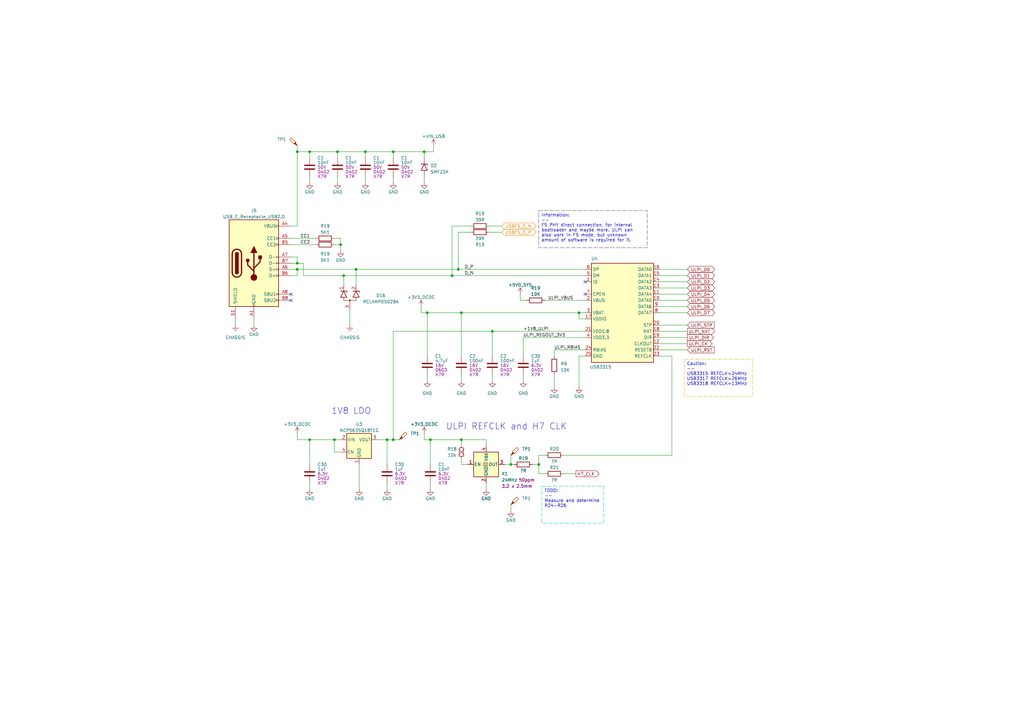
<source format=kicad_sch>
(kicad_sch (version 20230121) (generator eeschema)
  (paper "A3")
  (title_block (title "rt_bridge_pro") (date "2023-04-21") (rev "A") (company "vhrd.tech AS") (comment 1 "Isaikin R.E.") (comment 4 "Draft"))
  (lib_symbols
    (symbol "Connector:TestPoint_Probe" (pin_numbers hide) (pin_names (offset 0.762) hide)
      (property "Reference" "TP" (at 1.651 5.842 0))
      (property "Value" "TestPoint_Probe" (at 1.651 4.064 0))
      (symbol "TestPoint_Probe_0_1"
        (polyline (pts (xy 1.27 0.762) (xy 0 0) (xy 0.762 1.27) (xy 1.27 0.762)) (fill (type outline)))
        (polyline (pts (xy 1.397 0.635) (xy 0.635 1.397) (xy 2.413 3.175) (xy 3.175 2.413) (xy 1.397 0.635)) (fill (type background)))
      )
      (symbol "TestPoint_Probe_1_1"
        (pin passive line (at 0 0 90) (length 0) (name "1") (number "1"))
      )
    )
    (symbol "Connector:USB_C_Receptacle_USB2.0" (pin_names (offset 1.016))
      (property "Reference" "J" (at -10.16 19.05 0))
      (property "Value" "USB_C_Receptacle_USB2.0" (at 19.05 19.05 0))
      (symbol "USB_C_Receptacle_USB2.0_0_0"
        (rectangle (start -0.254 -17.78) (end 0.254 -16.764))
        (rectangle (start 10.16 -14.986) (end 9.144 -15.494))
        (rectangle (start 10.16 -12.446) (end 9.144 -12.954))
        (rectangle (start 10.16 -4.826) (end 9.144 -5.334))
        (rectangle (start 10.16 -2.286) (end 9.144 -2.794))
        (rectangle (start 10.16 0.254) (end 9.144 -0.254))
        (rectangle (start 10.16 2.794) (end 9.144 2.286))
        (rectangle (start 10.16 7.874) (end 9.144 7.366))
        (rectangle (start 10.16 10.414) (end 9.144 9.906))
        (rectangle (start 10.16 15.494) (end 9.144 14.986))
      )
      (symbol "USB_C_Receptacle_USB2.0_0_1"
        (rectangle (start -10.16 17.78) (end 10.16 -17.78) (stroke (width 0.254)) (fill (type background)))
        (arc (start -8.89 -3.81) (mid -6.985 -5.7067) (end -5.08 -3.81) (stroke (width 0.508)))
        (arc (start -7.62 -3.81) (mid -6.985 -4.4423) (end -6.35 -3.81) (stroke (width 0.254)))
        (arc (start -7.62 -3.81) (mid -6.985 -4.4423) (end -6.35 -3.81) (stroke (width 0.254)) (fill (type outline)))
        (rectangle (start -7.62 -3.81) (end -6.35 3.81) (stroke (width 0.254)) (fill (type outline)))
        (arc (start -6.35 3.81) (mid -6.985 4.4423) (end -7.62 3.81) (stroke (width 0.254)))
        (arc (start -6.35 3.81) (mid -6.985 4.4423) (end -7.62 3.81) (stroke (width 0.254)) (fill (type outline)))
        (arc (start -5.08 3.81) (mid -6.985 5.7067) (end -8.89 3.81) (stroke (width 0.508)))
        (circle (center -2.54 1.143) (radius 0.635) (stroke (width 0.254)) (fill (type outline)))
        (circle (center 0 -5.842) (radius 1.27) (fill (type outline)))
        (polyline (pts (xy -8.89 -3.81) (xy -8.89 3.81)) (stroke (width 0.508)))
        (polyline (pts (xy -5.08 3.81) (xy -5.08 -3.81)) (stroke (width 0.508)))
        (polyline (pts (xy 0 -5.842) (xy 0 4.318)) (stroke (width 0.508)))
        (polyline (pts (xy 0 -3.302) (xy -2.54 -0.762) (xy -2.54 0.508)) (stroke (width 0.508)))
        (polyline (pts (xy 0 -2.032) (xy 2.54 0.508) (xy 2.54 1.778)) (stroke (width 0.508)))
        (polyline (pts (xy -1.27 4.318) (xy 0 6.858) (xy 1.27 4.318) (xy -1.27 4.318)) (stroke (width 0.254)) (fill (type outline)))
        (rectangle (start 1.905 1.778) (end 3.175 3.048) (stroke (width 0.254)) (fill (type outline)))
      )
      (symbol "USB_C_Receptacle_USB2.0_1_1"
        (pin passive line (at 0 -22.86 90) (length 5.08) (name "GND") (number "A1"))
        (pin passive line (at 0 -22.86 90) (length 5.08) hide (name "GND") (number "A12"))
        (pin passive line (at 15.24 15.24 180) (length 5.08) (name "VBUS") (number "A4"))
        (pin bidirectional line (at 15.24 10.16 180) (length 5.08) (name "CC1") (number "A5"))
        (pin bidirectional line (at 15.24 -2.54 180) (length 5.08) (name "D+") (number "A6"))
        (pin bidirectional line (at 15.24 2.54 180) (length 5.08) (name "D-") (number "A7"))
        (pin bidirectional line (at 15.24 -12.7 180) (length 5.08) (name "SBU1") (number "A8"))
        (pin passive line (at 15.24 15.24 180) (length 5.08) hide (name "VBUS") (number "A9"))
        (pin passive line (at 0 -22.86 90) (length 5.08) hide (name "GND") (number "B1"))
        (pin passive line (at 0 -22.86 90) (length 5.08) hide (name "GND") (number "B12"))
        (pin passive line (at 15.24 15.24 180) (length 5.08) hide (name "VBUS") (number "B4"))
        (pin bidirectional line (at 15.24 7.62 180) (length 5.08) (name "CC2") (number "B5"))
        (pin bidirectional line (at 15.24 -5.08 180) (length 5.08) (name "D+") (number "B6"))
        (pin bidirectional line (at 15.24 0 180) (length 5.08) (name "D-") (number "B7"))
        (pin bidirectional line (at 15.24 -15.24 180) (length 5.08) (name "SBU2") (number "B8"))
        (pin passive line (at 15.24 15.24 180) (length 5.08) hide (name "VBUS") (number "B9"))
        (pin passive line (at -7.62 -22.86 90) (length 5.08) (name "SHIELD") (number "S1"))
      )
    )
    (symbol "Device:C" (pin_numbers hide) (pin_names (offset 0.254))
      (property "Reference" "C" (at 0.635 2.54 0))
      (property "Value" "C" (at 0.635 -2.54 0))
      (symbol "C_0_1"
        (polyline (pts (xy -2.032 -0.762) (xy 2.032 -0.762)) (stroke (width 0.508)))
        (polyline (pts (xy -2.032 0.762) (xy 2.032 0.762)) (stroke (width 0.508)))
      )
      (symbol "C_1_1"
        (pin passive line (at 0 3.81 270) (length 2.794) (name "~") (number "1"))
        (pin passive line (at 0 -3.81 90) (length 2.794) (name "~") (number "2"))
      )
    )
    (symbol "Device:R" (pin_numbers hide) (pin_names (offset 0))
      (property "Reference" "R" (at 2.032 0 90))
      (property "Value" "R" (at 0 0 90))
      (symbol "R_0_1"
        (rectangle (start -1.016 -2.54) (end 1.016 2.54) (stroke (width 0.254)))
      )
      (symbol "R_1_1"
        (pin passive line (at 0 3.81 270) (length 1.27) (name "~") (number "1"))
        (pin passive line (at 0 -3.81 90) (length 1.27) (name "~") (number "2"))
      )
    )
    (symbol "Device:R_Small" (pin_numbers hide) (pin_names (offset 0.254) hide)
      (property "Reference" "R" (at 0.762 0.508 0))
      (property "Value" "R_Small" (at 0.762 -1.016 0))
      (symbol "R_Small_0_1"
        (rectangle (start -0.762 1.778) (end 0.762 -1.778) (stroke (width 0.2032)))
      )
      (symbol "R_Small_1_1"
        (pin passive line (at 0 2.54 270) (length 0.762) (name "~") (number "1"))
        (pin passive line (at 0 -2.54 90) (length 0.762) (name "~") (number "2"))
      )
    )
    (symbol "Diode:SMF22A" (pin_numbers hide) (pin_names (offset 1.016) hide)
      (property "Reference" "D" (at 0 2.54 0))
      (property "Value" "SMF22A" (at 0 -2.54 0))
      (symbol "SMF22A_0_1"
        (polyline (pts (xy -0.762 1.27) (xy -1.27 1.27) (xy -1.27 -1.27)) (stroke (width 0.254)))
        (polyline (pts (xy 1.27 1.27) (xy 1.27 -1.27) (xy -1.27 0) (xy 1.27 1.27)) (stroke (width 0.254)))
      )
      (symbol "SMF22A_1_1"
        (pin passive line (at -3.81 0 0) (length 2.54) (name "A1") (number "1"))
        (pin passive line (at 3.81 0 180) (length 2.54) (name "A2") (number "2"))
      )
    )
    (symbol "Oscillator:ASE-xxxMHz" (pin_names (offset 0.254))
      (property "Reference" "X" (at -5.08 6.35 0))
      (property "Value" "ASE-xxxMHz" (at 1.27 -6.35 0))
      (symbol "ASE-xxxMHz_0_1"
        (rectangle (start -5.08 5.08) (end 5.08 -5.08) (stroke (width 0.254)) (fill (type background)))
        (polyline (pts (xy -1.27 -0.762) (xy -1.016 -0.762) (xy -1.016 0.762) (xy -0.508 0.762) (xy -0.508 -0.762) (xy 0 -0.762) (xy 0 0.762) (xy 0.508 0.762) (xy 0.508 -0.762) (xy 0.762 -0.762)))
      )
      (symbol "ASE-xxxMHz_1_1"
        (pin input line (at -7.62 0 0) (length 2.54) (name "EN") (number "1"))
        (pin power_in line (at 0 -7.62 90) (length 2.54) (name "GND") (number "2"))
        (pin output line (at 7.62 0 180) (length 2.54) (name "OUT") (number "3"))
        (pin power_in line (at 0 7.62 270) (length 2.54) (name "Vdd") (number "4"))
      )
    )
    (symbol "Power_Protection:RCLAMP0502BA" (pin_names hide)
      (property "Reference" "D" (at 0 5.08 0))
      (property "Value" "RCLAMP0502BA" (at 0 -5.08 0))
      (symbol "RCLAMP0502BA_0_1"
        (polyline (pts (xy -2.54 0) (xy -1.27 0)))
        (polyline (pts (xy -1.27 2.54) (xy -1.27 -2.54)))
        (polyline (pts (xy 0 2.54) (xy -1.27 2.54)) (stroke (width 0.1524)))
        (polyline (pts (xy 2.54 3.81) (xy 2.54 1.27) (xy 2.032 1.27)) (stroke (width 0.254)))
        (polyline (pts (xy 0 1.27) (xy 0 3.81) (xy 2.54 2.54) (xy 0 1.27)) (stroke (width 0.254)))
        (pin passive line (at -5.08 0 0) (length 2.54) (name "A") (number "3"))
      )
      (symbol "RCLAMP0502BA_1_1"
        (circle (center -1.27 0) (radius 0.254) (fill (type outline)))
        (polyline (pts (xy 0 -2.54) (xy -1.27 -2.54)) (stroke (width 0.1524)))
        (polyline (pts (xy 2.54 -1.27) (xy 2.54 -3.81) (xy 2.032 -3.81)) (stroke (width 0.254)))
        (polyline (pts (xy 0 -3.81) (xy 0 -1.27) (xy 2.54 -2.54) (xy 0 -3.81)) (stroke (width 0.254)))
        (pin passive line (at 5.08 2.54 180) (length 2.54) (name "K1") (number "1"))
        (pin passive line (at 5.08 -2.54 180) (length 2.54) (name "K2") (number "2"))
      )
    )
    (symbol "Regulator_Linear:NCP662SQ18" (pin_names (offset 0.254))
      (property "Reference" "U" (at 0 8.255 0))
      (property "Value" "NCP662SQ18" (at 0 6.35 0))
      (symbol "NCP662SQ18_0_1"
        (rectangle (start -5.08 5.08) (end 5.08 -5.08) (stroke (width 0.254)) (fill (type background)))
      )
      (symbol "NCP662SQ18_1_1"
        (pin power_in line (at 0 -7.62 90) (length 2.54) (name "GND") (number "1"))
        (pin power_in line (at -7.62 2.54 0) (length 2.54) (name "VIN") (number "2"))
        (pin power_out line (at 7.62 2.54 180) (length 2.54) (name "VOUT") (number "3"))
        (pin input line (at -7.62 -2.54 0) (length 2.54) (name "EN") (number "4"))
      )
    )
    (symbol "power:GND" (power) (pin_names (offset 0))
      (property "Value" "GND" (at 0 -3.81 0))
      (symbol "GND_0_1"
        (polyline (pts (xy 0 0) (xy 0 -1.27) (xy 1.27 -1.27) (xy 0 -2.54) (xy -1.27 -1.27) (xy 0 -1.27)))
      )
      (symbol "GND_1_1"
        (pin power_in line (at 0 0 270) (length 0) hide (name "GND") (number "1"))
      )
    )
    (symbol "vhrd_interface_usb:USB3315"
      (property "Reference" "U" (at 0.635 2.54 0))
      (property "Value" "USB3315" (at 12.7 2.54 0))
      (symbol "USB3315_0_1"
        (rectangle (start 0 0) (end 25.4 -40.64) (stroke (width 0.254)) (fill (type background)))
      )
      (symbol "USB3315_1_1"
        (pin input line (at -2.54 -7.62 0) (length 2.54) (name "ID") (number "1"))
        (pin bidirectional line (at 27.94 -15.24 180) (length 2.54) (name "DATA5") (number "10"))
        (pin bidirectional line (at 27.94 -12.7 180) (length 2.54) (name "DATA4") (number "11"))
        (pin output line (at 27.94 -33.02 180) (length 2.54) (name "CLKOUT") (number "12"))
        (pin bidirectional line (at 27.94 -10.16 180) (length 2.54) (name "DATA3") (number "13"))
        (pin bidirectional line (at 27.94 -7.62 180) (length 2.54) (name "DATA2") (number "14"))
        (pin bidirectional line (at 27.94 -5.08 180) (length 2.54) (name "DATA1") (number "15"))
        (pin bidirectional line (at 27.94 -2.54 180) (length 2.54) (name "DATA0") (number "16"))
        (pin power_in line (at -2.54 -22.86 0) (length 2.54) (name "VDDIO") (number "17"))
        (pin output line (at 27.94 -27.94 180) (length 2.54) (name "NXT") (number "18"))
        (pin output line (at 27.94 -30.48 180) (length 2.54) (name "DIR") (number "19"))
        (pin bidirectional line (at -2.54 -15.24 0) (length 2.54) (name "VBUS") (number "2"))
        (pin input line (at 27.94 -25.4 180) (length 2.54) (name "STP") (number "20"))
        (pin power_in line (at -2.54 -27.94 0) (length 2.54) (name "VDD1.8") (number "21"))
        (pin input line (at 27.94 -35.56 180) (length 2.54) (name "RESETB") (number "22"))
        (pin input line (at 27.94 -38.1 180) (length 2.54) (name "REFCLK") (number "23"))
        (pin passive line (at -2.54 -35.56 0) (length 2.54) (name "RBIAS") (number "24"))
        (pin power_in line (at -2.54 -38.1 0) (length 2.54) (name "GND") (number "25"))
        (pin power_in line (at -2.54 -20.32 0) (length 2.54) (name "VBAT") (number "3"))
        (pin power_out line (at -2.54 -30.48 0) (length 2.54) (name "VDD3.3") (number "4"))
        (pin bidirectional line (at -2.54 -5.08 0) (length 2.54) (name "DM") (number "5"))
        (pin bidirectional line (at -2.54 -2.54 0) (length 2.54) (name "DP") (number "6"))
        (pin output line (at -2.54 -12.7 0) (length 2.54) (name "CPEN") (number "7"))
        (pin bidirectional line (at 27.94 -20.32 180) (length 2.54) (name "DATA7") (number "8"))
        (pin bidirectional line (at 27.94 -17.78 180) (length 2.54) (name "DATA6") (number "9"))
      )
    )
    (symbol "vhrd_power:+3V3_DCDC" (power) (pin_names (offset 0))
      (property "Value" "+3V3_DCDC" (at 0 2.54 0))
      (symbol "+3V3_DCDC_0_0"
        (pin power_in line (at 0 0 90) (length 0) hide (name "+3V3_DCDC") (number "1"))
      )
      (symbol "+3V3_DCDC_0_1"
        (polyline (pts (xy -0.762 1.27) (xy 0 2.54)))
        (polyline (pts (xy 0 0) (xy 0 2.54)))
        (polyline (pts (xy 0 2.54) (xy 0.762 1.27)))
      )
    )
    (symbol "vhrd_power:+5V0_SYS" (power) (pin_names (offset 0))
      (property "Value" "+5V0_SYS" (at 0 3.81 0))
      (symbol "+5V0_SYS_0_1"
        (polyline (pts (xy -0.762 1.27) (xy 0 2.54)))
        (polyline (pts (xy 0 0) (xy 0 2.54)))
        (polyline (pts (xy 0 2.54) (xy 0.762 1.27)))
      )
      (symbol "+5V0_SYS_1_1"
        (pin power_in line (at 0 0 90) (length 0) hide (name "+5V0_SYS") (number "1"))
      )
    )
    (symbol "vhrd_power:+VIN_USB" (power) (pin_names (offset 0))
      (property "Value" "+VIN_USB" (at 0 2.54 0))
      (symbol "+VIN_USB_0_1"
        (polyline (pts (xy -0.762 1.27) (xy 0 2.54)))
        (polyline (pts (xy 0 0) (xy 0 2.54)))
        (polyline (pts (xy 0 2.54) (xy 0.762 1.27)))
      )
      (symbol "+VIN_USB_1_0"
        (pin power_in line (at 0 0 90) (length 0) hide (name "+VIN_USB") (number "1"))
      )
    )
    (symbol "vhrd_power:CHASSIS" (power) (pin_names (offset 0))
      (property "Value" "CHASSIS" (at 0 -3.81 0))
      (symbol "CHASSIS_0_1"
        (polyline (pts (xy -0.635 -1.905) (xy 0.635 -1.905)))
        (polyline (pts (xy -0.127 -2.54) (xy 0.127 -2.54)))
        (polyline (pts (xy 0 -1.27) (xy 0 0)))
        (polyline (pts (xy 1.27 -1.27) (xy -1.27 -1.27)))
      )
      (symbol "CHASSIS_1_1"
        (pin power_in line (at 0 0 270) (length 0) hide (name "CHASSIS") (number "1"))
      )
    )
  )
  (junction (at 158.75 180.34))
  (junction (at 201.93 135.89))
  (junction (at 189.23 180.34))
  (junction (at 121.92 110.49))
  (junction (at 185.42 113.03))
  (junction (at 149.86 62.23))
  (junction (at 121.92 62.23))
  (junction (at 187.96 110.49))
  (junction (at 137.16 180.34))
  (junction (at 138.43 62.23))
  (junction (at 209.55 190.5))
  (junction (at 127 62.23))
  (junction (at 139.7 100.33))
  (junction (at 140.97 113.03))
  (junction (at 220.98 190.5))
  (junction (at 237.49 128.27))
  (junction (at 176.53 180.34))
  (junction (at 173.99 62.23))
  (junction (at 146.05 110.49))
  (junction (at 161.29 62.23))
  (junction (at 121.92 107.95))
  (junction (at 161.29 180.34))
  (junction (at 189.23 128.27))
  (junction (at 175.26 128.27))
  (junction (at 127 180.34))
  (no_connect (at 119.38 123.19))
  (no_connect (at 240.03 120.65))
  (no_connect (at 119.38 120.65))
  (no_connect (at 240.03 115.57))
  (wire (pts (xy 193.04 95.25) (xy 187.96 95.25)))
  (wire (pts (xy 236.22 194.31) (xy 231.14 194.31)))
  (wire (pts (xy 270.51 138.43) (xy 281.94 138.43)))
  (wire (pts (xy 270.51 133.35) (xy 281.94 133.35)))
  (wire (pts (xy 96.52 130.81) (xy 96.52 133.35)))
  (wire (pts (xy 176.53 180.34) (xy 189.23 180.34)))
  (polyline (pts (xy 187.96 184.15) (xy 190.5 186.69)) (stroke (width 0) (color 194 0 0 1)))
  (wire (pts (xy 104.14 130.81) (xy 104.14 133.35)))
  (wire (pts (xy 138.43 62.23) (xy 138.43 64.77)))
  (wire (pts (xy 140.97 113.03) (xy 185.42 113.03)))
  (wire (pts (xy 201.93 135.89) (xy 161.29 135.89)))
  (wire (pts (xy 158.75 180.34) (xy 158.75 190.5)))
  (wire (pts (xy 137.16 180.34) (xy 139.7 180.34)))
  (wire (pts (xy 209.55 190.5) (xy 207.01 190.5)))
  (wire (pts (xy 158.75 198.12) (xy 158.75 200.66)))
  (wire (pts (xy 270.51 113.03) (xy 281.94 113.03)))
  (wire (pts (xy 227.33 143.51) (xy 240.03 143.51)))
  (wire (pts (xy 176.53 198.12) (xy 176.53 200.66)))
  (wire (pts (xy 139.7 185.42) (xy 137.16 185.42)))
  (wire (pts (xy 143.51 127) (xy 143.51 133.35)))
  (wire (pts (xy 127 180.34) (xy 137.16 180.34)))
  (wire (pts (xy 213.36 123.19) (xy 215.9 123.19)))
  (wire (pts (xy 191.77 190.5) (xy 189.23 190.5)))
  (wire (pts (xy 220.98 186.69) (xy 223.52 186.69)))
  (wire (pts (xy 173.99 72.39) (xy 173.99 74.93)))
  (wire (pts (xy 270.51 118.11) (xy 281.94 118.11)))
  (wire (pts (xy 200.66 95.25) (xy 205.74 95.25)))
  (wire (pts (xy 139.7 102.87) (xy 139.7 100.33)))
  (wire (pts (xy 187.96 95.25) (xy 187.96 110.49)))
  (wire (pts (xy 214.63 153.67) (xy 214.63 156.21)))
  (wire (pts (xy 161.29 180.34) (xy 163.83 180.34)))
  (wire (pts (xy 161.29 62.23) (xy 161.29 64.77)))
  (wire (pts (xy 214.63 146.05) (xy 214.63 138.43)))
  (wire (pts (xy 154.94 180.34) (xy 158.75 180.34)))
  (wire (pts (xy 189.23 180.34) (xy 189.23 182.88)))
  (wire (pts (xy 175.26 128.27) (xy 189.23 128.27)))
  (polyline (pts (xy 187.96 186.69) (xy 190.5 184.15)) (stroke (width 0) (color 194 0 0 1)))
  (wire (pts (xy 218.44 190.5) (xy 220.98 190.5)))
  (wire (pts (xy 220.98 190.5) (xy 220.98 186.69)))
  (wire (pts (xy 119.38 110.49) (xy 121.92 110.49)))
  (wire (pts (xy 185.42 113.03) (xy 240.03 113.03)))
  (wire (pts (xy 172.72 125.73) (xy 172.72 128.27)))
  (wire (pts (xy 137.16 185.42) (xy 137.16 180.34)))
  (wire (pts (xy 209.55 207.01) (xy 209.55 209.55)))
  (wire (pts (xy 161.29 135.89) (xy 161.29 180.34)))
  (wire (pts (xy 185.42 92.71) (xy 185.42 113.03)))
  (wire (pts (xy 231.14 186.69) (xy 275.59 186.69)))
  (wire (pts (xy 189.23 128.27) (xy 237.49 128.27)))
  (wire (pts (xy 121.92 180.34) (xy 127 180.34)))
  (wire (pts (xy 146.05 110.49) (xy 146.05 116.84)))
  (wire (pts (xy 149.86 72.39) (xy 149.86 74.93)))
  (wire (pts (xy 187.96 110.49) (xy 240.03 110.49)))
  (wire (pts (xy 176.53 180.34) (xy 173.99 180.34)))
  (wire (pts (xy 270.51 120.65) (xy 281.94 120.65)))
  (wire (pts (xy 149.86 62.23) (xy 161.29 62.23)))
  (wire (pts (xy 240.03 130.81) (xy 237.49 130.81)))
  (wire (pts (xy 147.32 190.5) (xy 147.32 200.66)))
  (wire (pts (xy 121.92 92.71) (xy 121.92 62.23)))
  (wire (pts (xy 173.99 62.23) (xy 177.8 62.23)))
  (wire (pts (xy 140.97 113.03) (xy 140.97 116.84)))
  (wire (pts (xy 124.46 113.03) (xy 140.97 113.03)))
  (wire (pts (xy 121.92 110.49) (xy 146.05 110.49)))
  (wire (pts (xy 270.51 125.73) (xy 281.94 125.73)))
  (wire (pts (xy 189.23 128.27) (xy 189.23 146.05)))
  (wire (pts (xy 121.92 177.8) (xy 121.92 180.34)))
  (wire (pts (xy 275.59 146.05) (xy 270.51 146.05)))
  (wire (pts (xy 237.49 128.27) (xy 240.03 128.27)))
  (wire (pts (xy 173.99 62.23) (xy 161.29 62.23)))
  (wire (pts (xy 127 62.23) (xy 127 64.77)))
  (wire (pts (xy 223.52 194.31) (xy 220.98 194.31)))
  (wire (pts (xy 119.38 100.33) (xy 129.54 100.33)))
  (wire (pts (xy 175.26 153.67) (xy 175.26 156.21)))
  (wire (pts (xy 119.38 92.71) (xy 121.92 92.71)))
  (wire (pts (xy 270.51 128.27) (xy 281.94 128.27)))
  (wire (pts (xy 121.92 59.69) (xy 121.92 62.23)))
  (wire (pts (xy 176.53 190.5) (xy 176.53 180.34)))
  (wire (pts (xy 146.05 110.49) (xy 187.96 110.49)))
  (wire (pts (xy 209.55 186.69) (xy 209.55 190.5)))
  (wire (pts (xy 121.92 107.95) (xy 119.38 107.95)))
  (wire (pts (xy 137.16 97.79) (xy 139.7 97.79)))
  (wire (pts (xy 237.49 130.81) (xy 237.49 128.27)))
  (wire (pts (xy 175.26 128.27) (xy 175.26 146.05)))
  (wire (pts (xy 127 180.34) (xy 127 190.5)))
  (wire (pts (xy 124.46 113.03) (xy 124.46 107.95)))
  (wire (pts (xy 121.92 110.49) (xy 121.92 113.03)))
  (wire (pts (xy 199.39 180.34) (xy 199.39 182.88)))
  (wire (pts (xy 237.49 146.05) (xy 240.03 146.05)))
  (wire (pts (xy 237.49 158.75) (xy 237.49 146.05)))
  (wire (pts (xy 138.43 62.23) (xy 149.86 62.23)))
  (wire (pts (xy 173.99 177.8) (xy 173.99 180.34)))
  (wire (pts (xy 177.8 62.23) (xy 177.8 59.69)))
  (wire (pts (xy 189.23 180.34) (xy 199.39 180.34)))
  (wire (pts (xy 275.59 146.05) (xy 275.59 186.69)))
  (wire (pts (xy 210.82 190.5) (xy 209.55 190.5)))
  (wire (pts (xy 270.51 110.49) (xy 281.94 110.49)))
  (wire (pts (xy 172.72 128.27) (xy 175.26 128.27)))
  (wire (pts (xy 189.23 153.67) (xy 189.23 156.21)))
  (wire (pts (xy 220.98 194.31) (xy 220.98 190.5)))
  (wire (pts (xy 227.33 146.05) (xy 227.33 143.51)))
  (wire (pts (xy 201.93 135.89) (xy 240.03 135.89)))
  (wire (pts (xy 227.33 153.67) (xy 227.33 158.75)))
  (wire (pts (xy 138.43 72.39) (xy 138.43 74.93)))
  (wire (pts (xy 119.38 105.41) (xy 121.92 105.41)))
  (wire (pts (xy 270.51 115.57) (xy 281.94 115.57)))
  (wire (pts (xy 200.66 92.71) (xy 205.74 92.71)))
  (wire (pts (xy 161.29 72.39) (xy 161.29 74.93)))
  (wire (pts (xy 121.92 105.41) (xy 121.92 107.95)))
  (wire (pts (xy 270.51 143.51) (xy 281.94 143.51)))
  (wire (pts (xy 149.86 62.23) (xy 149.86 64.77)))
  (wire (pts (xy 173.99 64.77) (xy 173.99 62.23)))
  (wire (pts (xy 213.36 120.65) (xy 213.36 123.19)))
  (wire (pts (xy 119.38 97.79) (xy 129.54 97.79)))
  (wire (pts (xy 124.46 107.95) (xy 121.92 107.95)))
  (wire (pts (xy 121.92 62.23) (xy 127 62.23)))
  (wire (pts (xy 201.93 153.67) (xy 201.93 156.21)))
  (wire (pts (xy 139.7 97.79) (xy 139.7 100.33)))
  (wire (pts (xy 193.04 92.71) (xy 185.42 92.71)))
  (wire (pts (xy 127 62.23) (xy 138.43 62.23)))
  (wire (pts (xy 214.63 138.43) (xy 240.03 138.43)))
  (wire (pts (xy 189.23 190.5) (xy 189.23 187.96)))
  (wire (pts (xy 270.51 140.97) (xy 281.94 140.97)))
  (wire (pts (xy 201.93 146.05) (xy 201.93 135.89)))
  (wire (pts (xy 127 198.12) (xy 127 200.66)))
  (wire (pts (xy 161.29 180.34) (xy 158.75 180.34)))
  (wire (pts (xy 223.52 123.19) (xy 240.03 123.19)))
  (wire (pts (xy 199.39 198.12) (xy 199.39 200.66)))
  (wire (pts (xy 127 72.39) (xy 127 74.93)))
  (wire (pts (xy 121.92 113.03) (xy 119.38 113.03)))
  (wire (pts (xy 270.51 123.19) (xy 281.94 123.19)))
  (wire (pts (xy 139.7 100.33) (xy 137.16 100.33)))
  (wire (pts (xy 270.51 135.89) (xy 281.94 135.89)))
  (text_box "Caution:\n--\nUSB3315 REFCLK=24MHz\nUSB3317 REFCLK=26MHz\nUSB3318 REFCLK=13MHz" (at 280.67 147.32 0) (size 27.94 15.24) (stroke (width 0.1524) (type dash) (color 194 194 0 1)) (effects (font (size 1.27 1.27)) (justify left top)))
  (text_box "TODO:\n--\nMeasure and determine R24-R26\n" (at 222.25 199.39 0) (size 25.4 15.24) (stroke (width 0.1524) (type dash) (color 0 194 194 1)) (effects (font (size 1.27 1.27)) (justify left top)))
  (text_box "Information:\n--\nFS PHY direct connection, for internal bootloader and maybe more. ULPI can also work in FS mode, but unknown amount of software is required for it." (at 220.98 86.36 0) (size 44.45 15.24) (stroke (width 0.1524) (type dash) (color 72 72 72 1)) (effects (font (size 1.27 1.27)) (justify left top)))
  (text "1V8 LDO" (at 135.89 170.18 0) (effects (font (size 2.54 2.54)) (justify left bottom)))
  (text "ULPI REFCLK and H7 CLK" (at 182.88 176.53 0) (effects (font (size 2.54 2.54)) (justify left bottom)))
  (label "CC2" (at 123.19 100.33 0))
  (label "D_P" (at 190.5 110.49 0))
  (label "ULPI_REGOUT_3V3" (at 214.63 138.43 0))
  (label "+1V8_ULPI" (at 214.63 135.89 0))
  (label "ULPI_VBUS" (at 224.79 123.19 0))
  (label "ULPI_RBIAS" (at 227.33 143.51 0))
  (label "D_N" (at 190.5 113.03 0))
  (label "CC1" (at 123.19 97.79 0))
  (global_label "ULPI_D3" (shape bidirectional) (at 281.94 118.11 0) (property "Intersheetrefs" "${INTERSHEET_REFS}" (effects hide)))
  (global_label "ULPI_CK" (shape output) (at 281.94 140.97 0) (property "Intersheetrefs" "${INTERSHEET_REFS}" (effects hide)))
  (global_label "ULPI_D2" (shape bidirectional) (at 281.94 115.57 0) (property "Intersheetrefs" "${INTERSHEET_REFS}" (effects hide)))
  (global_label "ULPI_STP" (shape input) (at 281.94 133.35 0) (property "Intersheetrefs" "${INTERSHEET_REFS}" (effects hide)))
  (global_label "ULPI_D5" (shape bidirectional) (at 281.94 123.19 0) (property "Intersheetrefs" "${INTERSHEET_REFS}" (effects hide)))
  (global_label "USBFS_D_N" (shape bidirectional) (at 205.74 92.71 0) (property "Intersheetrefs" "${INTERSHEET_REFS}" (effects hide)))
  (global_label "ULPI_NXT" (shape output) (at 281.94 135.89 0) (property "Intersheetrefs" "${INTERSHEET_REFS}" (effects hide)))
  (global_label "USBFS_D_P" (shape bidirectional) (at 205.74 95.25 0) (property "Intersheetrefs" "${INTERSHEET_REFS}" (effects hide)))
  (global_label "ULPI_RST" (shape input) (at 281.94 143.51 0) (property "Intersheetrefs" "${INTERSHEET_REFS}" (effects hide)))
  (global_label "ULPI_D7" (shape bidirectional) (at 281.94 128.27 0) (property "Intersheetrefs" "${INTERSHEET_REFS}" (effects hide)))
  (global_label "ULPI_DIR" (shape output) (at 281.94 138.43 0) (property "Intersheetrefs" "${INTERSHEET_REFS}" (effects hide)))
  (global_label "ULPI_D1" (shape bidirectional) (at 281.94 113.03 0) (property "Intersheetrefs" "${INTERSHEET_REFS}" (effects hide)))
  (global_label "ULPI_D4" (shape bidirectional) (at 281.94 120.65 0) (property "Intersheetrefs" "${INTERSHEET_REFS}" (effects hide)))
  (global_label "ULPI_D0" (shape bidirectional) (at 281.94 110.49 0) (property "Intersheetrefs" "${INTERSHEET_REFS}" (effects hide)))
  (global_label "ULPI_D6" (shape bidirectional) (at 281.94 125.73 0) (property "Intersheetrefs" "${INTERSHEET_REFS}" (effects hide)))
  (global_label "H7_CLK" (shape output) (at 236.22 194.31 0) (property "Intersheetrefs" "${INTERSHEET_REFS}" (effects hide)))
  (symbol (lib_id "Connector:TestPoint_Probe") (at 163.83 180.34 0) (unit 1)
    (property "Reference" "TP1" (at 170.18 177.8 0))
    (property "Value" "TestPoint_Probe" (effects hide))
    (property "Footprint" "TestPoint:TestPoint_Pad_D1.5mm" (effects hide))
    (instances (project "vb125_eth_fdcan_pro" (path "" (reference "TP1") (unit 1)) (path "" (reference "TP7") (unit 1))))
  )
  (symbol (lib_id "power:GND") (at 176.53 200.66 0) (unit 1)
    (property "Reference" "#PWR020" (effects hide))
    (property "Value" "GND" (at 176.53 204.47 0))
    (instances (project "vb125_eth_fdcan_pro" (path "" (reference "#PWR020") (unit 1)) (path "" (reference "#PWR095") (unit 1))))
  )
  (symbol (lib_id "power:GND") (at 138.43 74.93 0) (unit 1)
    (property "Reference" "#PWR020" (effects hide))
    (property "Value" "GND" (at 138.43 78.74 0))
    (instances (project "vb125_eth_fdcan_pro" (path "" (reference "#PWR020") (unit 1)) (path "" (reference "#PWR096") (unit 1))))
  )
  (symbol (lib_id "Device:C") (at 127 68.58 0) (unit 1)
    (property "Reference" "C1" (at 130.175 64.77 0) (effects (justify left)))
    (property "Value" "10nF" (at 130.175 66.675 0) (effects (justify left)))
    (property "Footprint" "Capacitor_SMD:C_0402_1005Metric" (effects hide))
    (property "Voltage" "50V" (at 130.175 68.58 0) (effects (justify left)))
    (property "Dielectric" "X7R" (at 130.175 72.39 0) (effects (justify left)))
    (property "Package" "0402" (at 130.175 70.485 0) (effects (justify left)))
    (property "Vworking" "20V" (effects hide))
    (property "Mpn1" "CL05B103KB5NNNC" (effects hide))
    (property "Mpn2" "CC0402KRX7R9BB103" (effects hide))
    (instances (project "vb125_eth_fdcan_pro" (path "" (reference "C1") (unit 1)) (path "" (reference "C15") (unit 1)) (path "" (reference "C43") (unit 1))))
  )
  (symbol (lib_id "power:GND") (at 173.99 74.93 0) (unit 1)
    (property "Reference" "#PWR020" (effects hide))
    (property "Value" "GND" (at 173.99 78.74 0))
    (instances (project "vb125_eth_fdcan_pro" (path "" (reference "#PWR020") (unit 1)) (path "" (reference "#PWR0105") (unit 1))))
  )
  (symbol (lib_id "Device:R") (at 227.33 149.86 0) (unit 1)
    (property "Reference" "R9" (at 229.87 149.225 0) (effects (justify left)))
    (property "Value" "10K" (at 229.87 151.765 0) (effects (justify left)))
    (property "Footprint" "Resistor_SMD:R_0402_1005Metric" (effects hide))
    (property "Mpn1" "RM04F1002CT" (effects hide))
    (property "Mpn2" "RMCF0402FT10K0" (effects hide))
    (property "Mpn3" "CR0402-FX-1002GLF" (effects hide))
    (instances (project "vb125_eth_fdcan_pro" (path "" (reference "R9") (unit 1)) (path "" (reference "R89") (unit 1)) (path "" (reference "R52") (unit 1))))
  )
  (symbol (lib_id "power:GND") (at 158.75 200.66 0) (unit 1)
    (property "Reference" "#PWR042" (effects hide))
    (property "Value" "GND" (at 158.75 204.47 0))
    (instances (project "vb125_eth_fdcan_pro" (path "" (reference "#PWR042") (unit 1)) (path "" (reference "#PWR090") (unit 1))))
  )
  (symbol (lib_id "vhrd_power:+3V3_DCDC") (at 172.72 125.73 0) (unit 1)
    (property "Reference" "#PWR050" (effects hide))
    (property "Value" "+3V3_DCDC" (at 172.72 121.92 0))
    (instances (project "vb125_eth_fdcan_pro" (path "" (reference "#PWR050") (unit 1)) (path "" (reference "#PWR060") (unit 1)) (path "" (reference "#PWR092") (unit 1))))
  )
  (symbol (lib_id "Connector:TestPoint_Probe") (at 209.55 207.01 0) (unit 1)
    (property "Reference" "TP1" (at 215.9 204.47 0))
    (property "Value" "TestPoint_Probe" (effects hide))
    (property "Footprint" "TestPoint:TestPoint_Pad_D1.5mm" (effects hide))
    (instances (project "vb125_eth_fdcan_pro" (path "" (reference "TP1") (unit 1)) (path "" (reference "TP9") (unit 1))))
  )
  (symbol (lib_id "Power_Protection:RCLAMP0502BA") (at 143.51 121.92 90) (unit 1)
    (property "Reference" "D16" (at 156.21 121.2215 90))
    (property "Value" "RCLAMP0502BA" (at 156.21 123.7615 90))
    (property "Footprint" "Package_TO_SOT_SMD:SOT-416" (effects hide))
    (property "Datasheet" "https://www.semtech.com/products/circuit-protection/low-capacitance/rclamp0502ba" (effects hide))
  )
  (symbol (lib_id "Connector:TestPoint_Probe") (at 121.92 59.69 0) (mirror y) (unit 1)
    (property "Reference" "TP1" (at 115.57 57.15 0))
    (property "Value" "TestPoint_Probe" (effects hide))
    (property "Footprint" "TestPoint:TestPoint_Pad_D1.5mm" (effects hide))
    (instances (project "vb125_eth_fdcan_pro" (path "" (reference "TP1") (unit 1)) (path "" (reference "TP42") (unit 1)) (path "" (reference "TP14") (unit 1)) (path "" (reference "TP17") (unit 1)) (path "" (reference "TP21") (unit 1))))
  )
  (symbol (lib_id "power:GND") (at 139.7 102.87 0) (unit 1)
    (property "Reference" "#PWR019" (effects hide))
    (property "Value" "GND" (at 139.7 106.68 0))
    (instances (project "vb125_eth_fdcan_pro" (path "" (reference "#PWR019") (unit 1)) (path "" (reference "#PWR097") (unit 1))))
  )
  (symbol (lib_id "power:GND") (at 227.33 158.75 0) (unit 1)
    (property "Reference" "#PWR019" (effects hide))
    (property "Value" "GND" (at 227.33 162.56 0))
    (instances (project "vb125_eth_fdcan_pro" (path "" (reference "#PWR019") (unit 1)) (path "" (reference "#PWR0108") (unit 1))))
  )
  (symbol (lib_id "Device:C") (at 149.86 68.58 0) (unit 1)
    (property "Reference" "C1" (at 153.035 64.77 0) (effects (justify left)))
    (property "Value" "10nF" (at 153.035 66.675 0) (effects (justify left)))
    (property "Footprint" "Capacitor_SMD:C_0402_1005Metric" (effects hide))
    (property "Voltage" "50V" (at 153.035 68.58 0) (effects (justify left)))
    (property "Dielectric" "X7R" (at 153.035 72.39 0) (effects (justify left)))
    (property "Package" "0402" (at 153.035 70.485 0) (effects (justify left)))
    (property "Vworking" "20V" (effects hide))
    (property "Mpn1" "CL05B103KB5NNNC" (effects hide))
    (property "Mpn2" "CC0402KRX7R9BB103" (effects hide))
    (instances (project "vb125_eth_fdcan_pro" (path "" (reference "C1") (unit 1)) (path "" (reference "C15") (unit 1)) (path "" (reference "C48") (unit 1))))
  )
  (symbol (lib_id "vhrd_power:+3V3_DCDC") (at 173.99 177.8 0) (unit 1)
    (property "Reference" "#PWR050" (effects hide))
    (property "Value" "+3V3_DCDC" (at 173.99 173.99 0))
    (instances (project "vb125_eth_fdcan_pro" (path "" (reference "#PWR050") (unit 1)) (path "" (reference "#PWR055") (unit 1)) (path "" (reference "#PWR093") (unit 1))))
  )
  (symbol (lib_id "power:GND") (at 201.93 156.21 0) (unit 1)
    (property "Reference" "#PWR030" (effects hide))
    (property "Value" "GND" (at 201.93 161.29 0))
    (instances (project "vb125_eth_fdcan_pro" (path "" (reference "#PWR030") (unit 1)) (path "" (reference "#PWR0102") (unit 1))))
  )
  (symbol (lib_id "power:GND") (at 127 74.93 0) (unit 1)
    (property "Reference" "#PWR020" (effects hide))
    (property "Value" "GND" (at 127 78.74 0))
    (instances (project "vb125_eth_fdcan_pro" (path "" (reference "#PWR020") (unit 1)) (path "" (reference "#PWR091") (unit 1))))
  )
  (symbol (lib_id "power:GND") (at 149.86 74.93 0) (unit 1)
    (property "Reference" "#PWR020" (effects hide))
    (property "Value" "GND" (at 149.86 78.74 0))
    (instances (project "vb125_eth_fdcan_pro" (path "" (reference "#PWR020") (unit 1)) (path "" (reference "#PWR099") (unit 1))))
  )
  (symbol (lib_id "Connector:TestPoint_Probe") (at 209.55 186.69 0) (unit 1)
    (property "Reference" "TP1" (at 215.9 184.15 0))
    (property "Value" "TestPoint_Probe" (effects hide))
    (property "Footprint" "TestPoint:TestPoint_Pad_D1.5mm" (effects hide))
    (instances (project "vb125_eth_fdcan_pro" (path "" (reference "TP1") (unit 1)) (path "" (reference "TP8") (unit 1))))
  )
  (symbol (lib_id "vhrd_power:CHASSIS") (at 96.52 133.35 0) (unit 1)
    (property "Reference" "#PWR087" (effects hide))
    (property "Value" "CHASSIS" (at 96.52 138.43 0))
  )
  (symbol (lib_id "Oscillator:ASE-xxxMHz") (at 199.39 190.5 0) (unit 1)
    (property "Reference" "X1" (at 207.01 194.31 0))
    (property "Value" "24MHz" (at 205.74 196.85 0) (effects (justify left)))
    (property "Footprint" "vhrd_crystal:Oscillator_SMD_Abracon_ASE-4Pin_3.2x2.5mm" (effects hide))
    (property "Datasheet" "http://www.abracon.com/Oscillators/ASV.pdf" (effects hide))
    (property "Spn1" "Jauch Quartz::O 24,0-JO32-B-1V3-1-T1-LF" (effects hide))
    (property "Spn2" "Abracon::ASE-24.000MHZ-LC-T" (effects hide))
    (property "SizeLW" "3.2 x 2.5mm" (at 205.74 199.39 0) (effects (justify left)))
    (property "Fstability" "50ppm" (at 212.725 196.85 0) (effects (justify left)))
    (instances (project "vb125_eth_fdcan_pro" (path "" (reference "X1") (unit 1)) (path "" (reference "X3") (unit 1))))
  )
  (symbol (lib_id "Device:R") (at 133.35 100.33 90) (unit 1)
    (property "Reference" "R19" (at 133.35 104.14 90))
    (property "Value" "5K1" (at 133.35 106.68 90))
    (property "Footprint" "Resistor_SMD:R_0402_1005Metric" (effects hide))
    (property "Mpn1" "RMCF0402FT5K10" (effects hide))
    (property "Mpn2" "CR0402-FX-5101GLF" (effects hide))
    (property "Mpn3" "RC0402FR-075K1L" (effects hide))
    (instances (project "vb125_eth_fdcan_pro" (path "" (reference "R19") (unit 1)) (path "" (reference "R46") (unit 1))))
  )
  (symbol (lib_id "Device:C") (at 127 194.31 0) (unit 1)
    (property "Reference" "C30" (at 130.175 190.5 0) (effects (justify left)))
    (property "Value" "1uF" (at 130.175 192.405 0) (effects (justify left)))
    (property "Footprint" "Capacitor_SMD:C_0402_1005Metric" (effects hide))
    (property "Voltage" "6.3V" (at 130.175 194.31 0) (effects (justify left)))
    (property "Dielectric" "X7R" (at 130.175 198.12 0) (effects (justify left)))
    (property "Package" "0402" (at 130.175 196.215 0) (effects (justify left)))
    (property "Vworking" "?" (effects hide))
    (property "Mpn1" "Murata:GRM155R70J105KA12D" (effects hide))
    (property "Mpn2" "Murata:GRM155R70J105KA12J" (effects hide))
    (instances (project "vb125_eth_fdcan_pro" (path "" (reference "C30") (unit 1)) (path "" (reference "C41") (unit 1))))
  )
  (symbol (lib_id "Device:R") (at 227.33 186.69 90) (unit 1)
    (property "Reference" "R20" (at 227.33 184.15 90))
    (property "Value" "?R" (at 227.33 189.23 90))
    (property "Footprint" "Resistor_SMD:R_0402_1005Metric" (effects hide))
    (instances (project "vb125_eth_fdcan_pro" (path "" (reference "R20") (unit 1)) (path "" (reference "R53") (unit 1))))
  )
  (symbol (lib_id "Device:R_Small") (at 189.23 185.42 180) (unit 1)
    (property "Reference" "R18" (at 185.42 184.15 0))
    (property "Value" "10k" (at 185.42 186.69 0))
    (property "Footprint" "Resistor_SMD:R_0402_1005Metric" (effects hide))
    (property "Mpn1" "RMCF0402FT10K0" (effects hide))
    (property "Mpn2" "CR0402-FX-1002GLF" (effects hide))
    (instances (project "vb125_eth_fdcan_pro" (path "" (reference "R18") (unit 1)) (path "" (reference "R47") (unit 1))))
  )
  (symbol (lib_id "power:GND") (at 209.55 209.55 0) (unit 1)
    (property "Reference" "#PWR09" (effects hide))
    (property "Value" "GND" (at 209.55 213.36 0))
    (instances (project "vb125_eth_fdcan_pro" (path "" (reference "#PWR09") (unit 1)) (path "" (reference "#PWR090") (unit 1)) (path "" (reference "#PWR0103") (unit 1))))
  )
  (symbol (lib_id "Device:R") (at 133.35 97.79 90) (unit 1)
    (property "Reference" "R19" (at 133.35 92.71 90))
    (property "Value" "5K1" (at 133.35 95.25 90))
    (property "Footprint" "Resistor_SMD:R_0402_1005Metric" (effects hide))
    (property "Mpn1" "RMCF0402FT5K10" (effects hide))
    (property "Mpn2" "CR0402-FX-5101GLF" (effects hide))
    (property "Mpn3" "RC0402FR-075K1L" (effects hide))
    (instances (project "vb125_eth_fdcan_pro" (path "" (reference "R19") (unit 1)) (path "" (reference "R45") (unit 1))))
  )
  (symbol (lib_id "Device:C") (at 138.43 68.58 0) (unit 1)
    (property "Reference" "C1" (at 141.605 64.77 0) (effects (justify left)))
    (property "Value" "10nF" (at 141.605 66.675 0) (effects (justify left)))
    (property "Footprint" "Capacitor_SMD:C_0402_1005Metric" (effects hide))
    (property "Voltage" "50V" (at 141.605 68.58 0) (effects (justify left)))
    (property "Dielectric" "X7R" (at 141.605 72.39 0) (effects (justify left)))
    (property "Package" "0402" (at 141.605 70.485 0) (effects (justify left)))
    (property "Vworking" "20V" (effects hide))
    (property "Mpn1" "CL05B103KB5NNNC" (effects hide))
    (property "Mpn2" "CC0402KRX7R9BB103" (effects hide))
    (instances (project "vb125_eth_fdcan_pro" (path "" (reference "C1") (unit 1)) (path "" (reference "C15") (unit 1)) (path "" (reference "C46") (unit 1))))
  )
  (symbol (lib_id "power:GND") (at 237.49 158.75 0) (unit 1)
    (property "Reference" "#PWR019" (effects hide))
    (property "Value" "GND" (at 237.49 162.56 0))
    (instances (project "vb125_eth_fdcan_pro" (path "" (reference "#PWR019") (unit 1)) (path "" (reference "#PWR0109") (unit 1))))
  )
  (symbol (lib_id "power:GND") (at 104.14 133.35 0) (unit 1)
    (property "Reference" "#PWR020" (effects hide))
    (property "Value" "GND" (at 104.14 137.16 0))
    (instances (project "vb125_eth_fdcan_pro" (path "" (reference "#PWR020") (unit 1)) (path "" (reference "#PWR088") (unit 1))))
  )
  (symbol (lib_id "vhrd_power:+5V0_SYS") (at 213.36 120.65 0) (unit 1)
    (property "Reference" "#PWR084" (effects hide))
    (property "Value" "+5V0_SYS" (at 213.36 116.84 0))
    (instances (project "vb125_eth_fdcan_pro" (path "" (reference "#PWR084") (unit 1)) (path "" (reference "#PWR0104") (unit 1))))
  )
  (symbol (lib_id "vhrd_power:+VIN_USB") (at 177.8 59.69 0) (unit 1)
    (property "Reference" "#PWR0107" (effects hide))
    (property "Value" "+VIN_USB" (at 177.8 55.88 0))
  )
  (symbol (lib_id "Device:R") (at 196.85 92.71 90) (unit 1)
    (property "Reference" "R19" (at 196.85 87.63 90))
    (property "Value" "39R" (at 196.85 90.17 90))
    (property "Footprint" "Resistor_SMD:R_0402_1005Metric" (effects hide))
    (property "Mpn1" "RMCF0402FT39R0" (effects hide))
    (property "Mpn2" "CR0402-FX-39R0GLF" (effects hide))
    (property "Mpn3" "RC0402FR-0739RL" (effects hide))
    (instances (project "vb125_eth_fdcan_pro" (path "" (reference "R19") (unit 1)) (path "" (reference "R48") (unit 1))))
  )
  (symbol (lib_id "Device:R") (at 219.71 123.19 90) (unit 1)
    (property "Reference" "R19" (at 219.71 118.11 90))
    (property "Value" "10K" (at 219.71 120.65 90))
    (property "Footprint" "Resistor_SMD:R_0402_1005Metric" (effects hide))
    (property "Mpn1" "RM04F1002CT" (effects hide))
    (property "Mpn2" "RMCF0402FT10K0" (effects hide))
    (property "Mpn3" "CR0402-FX-1002GLF" (effects hide))
    (instances (project "vb125_eth_fdcan_pro" (path "" (reference "R19") (unit 1)) (path "" (reference "R51") (unit 1))))
  )
  (symbol (lib_id "Connector:USB_C_Receptacle_USB2.0") (at 104.14 107.95 0) (unit 1)
    (property "Reference" "J5" (at 104.14 86.36 0))
    (property "Value" "USB_C_Receptacle_USB2.0" (at 104.14 88.9 0))
    (property "Footprint" "Connector_USB:USB_C_Receptacle_GCT_USB4105-xx-A_16P_TopMnt_Horizontal" (effects hide))
    (property "Datasheet" "https://media.digikey.com/pdf/Data%20Sheets/GCT%20PDFs/USB4105%20-%20Product%20Drawing.pdf" (effects hide))
    (property "Mpn1" "GCT:USB4105-GF-A" (effects hide))
    (property "Mpn2" "GCT:USB4105-GF-A-060" (effects hide))
    (property "Mpn3" "GCT:USB4105-GF-A-120" (effects hide))
  )
  (symbol (lib_id "power:GND") (at 161.29 74.93 0) (unit 1)
    (property "Reference" "#PWR020" (effects hide))
    (property "Value" "GND" (at 161.29 78.74 0))
    (instances (project "vb125_eth_fdcan_pro" (path "" (reference "#PWR020") (unit 1)) (path "" (reference "#PWR0101") (unit 1))))
  )
  (symbol (lib_id "power:GND") (at 199.39 200.66 0) (unit 1)
    (property "Reference" "#PWR019" (effects hide))
    (property "Value" "GND" (at 199.39 204.47 0))
    (instances (project "vb125_eth_fdcan_pro" (path "" (reference "#PWR019") (unit 1)) (path "" (reference "#PWR0100") (unit 1))))
  )
  (symbol (lib_id "vhrd_interface_usb:USB3315") (at 242.57 107.95 0) (unit 1)
    (property "Reference" "U4" (at 243.84 106.045 0))
    (property "Value" "USB3315" (at 246.38 150.495 0))
    (property "Footprint" "vhrd_interface_usb:QFN24_MICROCHIP" (effects hide))
    (property "Datasheet" "https://ww1.microchip.com/downloads/en/DeviceDoc/3315.pdf" (effects hide))
    (property "Description" "1/1 Transceiver USB 2.0 24-QFN (4x4)" (effects hide))
  )
  (symbol (lib_id "Device:C") (at 214.63 149.86 0) (unit 1)
    (property "Reference" "C30" (at 217.805 146.05 0) (effects (justify left)))
    (property "Value" "1uF" (at 217.805 147.955 0) (effects (justify left)))
    (property "Footprint" "Capacitor_SMD:C_0402_1005Metric" (effects hide))
    (property "Voltage" "6.3V" (at 217.805 149.86 0) (effects (justify left)))
    (property "Dielectric" "X7R" (at 217.805 153.67 0) (effects (justify left)))
    (property "Package" "0402" (at 217.805 151.765 0) (effects (justify left)))
    (property "Vworking" "?" (effects hide))
    (property "Mpn1" "Murata:GRM155R70J105KA12D" (effects hide))
    (property "Mpn2" "Murata:GRM155R70J105KA12J" (effects hide))
    (instances (project "vb125_eth_fdcan_pro" (path "" (reference "C30") (unit 1)) (path "" (reference "C51") (unit 1))))
  )
  (symbol (lib_id "vhrd_power:CHASSIS") (at 143.51 133.35 0) (unit 1)
    (property "Reference" "#PWR012" (effects hide))
    (property "Value" "CHASSIS" (at 143.51 138.43 0))
  )
  (symbol (lib_id "power:GND") (at 127 200.66 0) (unit 1)
    (property "Reference" "#PWR042" (effects hide))
    (property "Value" "GND" (at 127 204.47 0))
    (instances (project "vb125_eth_fdcan_pro" (path "" (reference "#PWR042") (unit 1)) (path "" (reference "#PWR086") (unit 1))))
  )
  (symbol (lib_id "Device:R") (at 227.33 194.31 90) (unit 1)
    (property "Reference" "R21" (at 227.33 191.77 90))
    (property "Value" "?R" (at 227.33 196.85 90))
    (property "Footprint" "Resistor_SMD:R_0402_1005Metric" (effects hide))
    (instances (project "vb125_eth_fdcan_pro" (path "" (reference "R21") (unit 1)) (path "" (reference "R54") (unit 1))))
  )
  (symbol (lib_id "Device:C") (at 201.93 149.86 0) (unit 1)
    (property "Reference" "C2" (at 205.105 146.05 0) (effects (justify left)))
    (property "Value" "100nF" (at 205.105 147.955 0) (effects (justify left)))
    (property "Footprint" "Capacitor_SMD:C_0402_1005Metric" (effects hide))
    (property "Voltage" "16V" (at 205.105 149.86 0) (effects (justify left)))
    (property "Dielectric" "X7R" (at 205.105 153.67 0) (effects (justify left)))
    (property "Package" "0402" (at 205.105 151.765 0) (effects (justify left)))
    (property "Vworking" "3.3V" (effects hide))
    (property "Mpn1" "Samsung:CL05B104KQ5NNNC  " (effects hide))
    (property "Mpn2" "YAGEO:CC0402KRX7R5BB104" (effects hide))
    (instances (project "vb125_eth_fdcan_pro" (path "" (reference "C2") (unit 1)) (path "" (reference "C50") (unit 1))))
  )
  (symbol (lib_id "Device:R") (at 214.63 190.5 90) (unit 1)
    (property "Reference" "R19" (at 214.63 187.96 90))
    (property "Value" "?R" (at 214.63 193.04 90))
    (property "Footprint" "Resistor_SMD:R_0402_1005Metric" (effects hide))
    (instances (project "vb125_eth_fdcan_pro" (path "" (reference "R19") (unit 1)) (path "" (reference "R50") (unit 1))))
  )
  (symbol (lib_id "Device:C") (at 161.29 68.58 0) (unit 1)
    (property "Reference" "C1" (at 164.465 64.77 0) (effects (justify left)))
    (property "Value" "10nF" (at 164.465 66.675 0) (effects (justify left)))
    (property "Footprint" "Capacitor_SMD:C_0402_1005Metric" (effects hide))
    (property "Voltage" "50V" (at 164.465 68.58 0) (effects (justify left)))
    (property "Dielectric" "X7R" (at 164.465 72.39 0) (effects (justify left)))
    (property "Package" "0402" (at 164.465 70.485 0) (effects (justify left)))
    (property "Vworking" "20V" (effects hide))
    (property "Mpn1" "CL05B103KB5NNNC" (effects hide))
    (property "Mpn2" "CC0402KRX7R9BB103" (effects hide))
    (instances (project "vb125_eth_fdcan_pro" (path "" (reference "C1") (unit 1)) (path "" (reference "C15") (unit 1)) (path "" (reference "C49") (unit 1))))
  )
  (symbol (lib_id "vhrd_power:+3V3_DCDC") (at 121.92 177.8 0) (unit 1)
    (property "Reference" "#PWR050" (effects hide))
    (property "Value" "+3V3_DCDC" (at 121.92 173.99 0))
    (instances (project "vb125_eth_fdcan_pro" (path "" (reference "#PWR050") (unit 1)) (path "" (reference "#PWR060") (unit 1)) (path "" (reference "#PWR085") (unit 1))))
  )
  (symbol (lib_id "Device:C") (at 158.75 194.31 0) (unit 1)
    (property "Reference" "C30" (at 161.925 190.5 0) (effects (justify left)))
    (property "Value" "1uF" (at 161.925 192.405 0) (effects (justify left)))
    (property "Footprint" "Capacitor_SMD:C_0402_1005Metric" (effects hide))
    (property "Voltage" "6.3V" (at 161.925 194.31 0) (effects (justify left)))
    (property "Dielectric" "X7R" (at 161.925 198.12 0) (effects (justify left)))
    (property "Package" "0402" (at 161.925 196.215 0) (effects (justify left)))
    (property "Vworking" "?" (effects hide))
    (property "Mpn1" "Murata:GRM155R70J105KA12D" (effects hide))
    (property "Mpn2" "Murata:GRM155R70J105KA12J" (effects hide))
    (instances (project "vb125_eth_fdcan_pro" (path "" (reference "C30") (unit 1)) (path "" (reference "C42") (unit 1))))
  )
  (symbol (lib_id "Device:C") (at 189.23 149.86 0) (unit 1)
    (property "Reference" "C2" (at 192.405 146.05 0) (effects (justify left)))
    (property "Value" "100nF" (at 192.405 147.955 0) (effects (justify left)))
    (property "Footprint" "Capacitor_SMD:C_0402_1005Metric" (effects hide))
    (property "Voltage" "16V" (at 192.405 149.86 0) (effects (justify left)))
    (property "Dielectric" "X7R" (at 192.405 153.67 0) (effects (justify left)))
    (property "Package" "0402" (at 192.405 151.765 0) (effects (justify left)))
    (property "Vworking" "3.3V" (effects hide))
    (property "Mpn1" "Samsung:CL05B104KQ5NNNC  " (effects hide))
    (property "Mpn2" "YAGEO:CC0402KRX7R5BB104" (effects hide))
    (instances (project "vb125_eth_fdcan_pro" (path "" (reference "C2") (unit 1)) (path "" (reference "C47") (unit 1))))
  )
  (symbol (lib_id "power:GND") (at 147.32 200.66 0) (unit 1)
    (property "Reference" "#PWR020" (effects hide))
    (property "Value" "GND" (at 147.32 204.47 0))
    (instances (project "vb125_eth_fdcan_pro" (path "" (reference "#PWR020") (unit 1)) (path "" (reference "#PWR089") (unit 1))))
  )
  (symbol (lib_id "power:GND") (at 189.23 156.21 0) (unit 1)
    (property "Reference" "#PWR030" (effects hide))
    (property "Value" "GND" (at 189.23 161.29 0))
    (instances (project "vb125_eth_fdcan_pro" (path "" (reference "#PWR030") (unit 1)) (path "" (reference "#PWR098") (unit 1))))
  )
  (symbol (lib_id "power:GND") (at 175.26 156.21 0) (unit 1)
    (property "Reference" "#PWR059" (effects hide))
    (property "Value" "GND" (at 175.26 161.29 0))
    (instances (project "vb125_eth_fdcan_pro" (path "" (reference "#PWR059") (unit 1)) (path "" (reference "#PWR094") (unit 1))))
  )
  (symbol (lib_id "Device:C") (at 175.26 149.86 0) (unit 1)
    (property "Reference" "C1" (at 178.435 146.05 0) (effects (justify left)))
    (property "Value" "4.7uF" (at 178.435 147.955 0) (effects (justify left)))
    (property "Footprint" "Capacitor_SMD:C_0603_1608Metric" (effects hide))
    (property "Voltage" "16V" (at 178.435 149.86 0) (effects (justify left)))
    (property "Dielectric" "X7R" (at 178.435 153.67 0) (effects (justify left)))
    (property "Package" "0603" (at 178.435 151.765 0) (effects (justify left)))
    (property "Vworking" "8.7V" (effects hide))
    (property "Mpn1" "Murata:GRM188Z71C475KE21J" (effects hide))
    (property "Mpn2" "Murata:GRM188Z71C475KE21D" (effects hide))
    (instances (project "vb125_eth_fdcan_pro" (path "" (reference "C1") (unit 1)) (path "" (reference "C74") (unit 1)) (path "" (reference "C44") (unit 1))))
  )
  (symbol (lib_id "Diode:SMF22A") (at 173.99 68.58 270) (unit 1)
    (property "Reference" "D2" (at 176.53 67.945 90) (effects (justify left)))
    (property "Value" "SMF22A" (at 176.53 70.485 90) (effects (justify left)))
    (property "Footprint" "vhrd_diode:D_SMF" (effects hide))
    (property "Datasheet" "https://www.vishay.com/doc?85881" (effects hide))
  )
  (symbol (lib_id "Device:C") (at 176.53 194.31 0) (unit 1)
    (property "Reference" "C1" (at 179.705 190.5 0) (effects (justify left)))
    (property "Value" "10nF" (at 179.705 192.405 0) (effects (justify left)))
    (property "Footprint" "Capacitor_SMD:C_0402_1005Metric" (effects hide))
    (property "Voltage" "6.3V" (at 179.705 194.31 0) (effects (justify left)))
    (property "Dielectric" "X7R" (at 179.705 198.12 0) (effects (justify left)))
    (property "Package" "0402" (at 179.705 196.215 0) (effects (justify left)))
    (property "Vworking" "3.3V" (effects hide))
    (property "Mpn1" "0402B103K6R3CT" (effects hide))
    (property "Mpn2" "04026C103KAT2A" (effects hide))
    (instances (project "vb125_eth_fdcan_pro" (path "" (reference "C1") (unit 1)) (path "" (reference "C15") (unit 1)) (path "" (reference "C45") (unit 1))))
  )
  (symbol (lib_id "Regulator_Linear:NCP662SQ18") (at 147.32 182.88 0) (unit 1)
    (property "Reference" "U3" (at 147.32 173.99 0))
    (property "Value" "NCP563SQ18T1G" (at 147.32 176.53 0))
    (property "Footprint" "Package_TO_SOT_SMD:SC-82AB" (effects hide))
    (property "Datasheet" "https://www.onsemi.com/pub/Collateral/NCP662-D.PDF" (effects hide))
  )
  (symbol (lib_id "Device:R") (at 196.85 95.25 270) (mirror x) (unit 1)
    (property "Reference" "R19" (at 196.85 100.33 90))
    (property "Value" "39R" (at 196.85 97.79 90))
    (property "Footprint" "Resistor_SMD:R_0402_1005Metric" (effects hide))
    (property "Mpn1" "RMCF0402FT39R0" (effects hide))
    (property "Mpn2" "CR0402-FX-39R0GLF" (effects hide))
    (property "Mpn3" "RC0402FR-0739RL" (effects hide))
    (instances (project "vb125_eth_fdcan_pro" (path "" (reference "R19") (unit 1)) (path "" (reference "R49") (unit 1))))
  )
  (symbol (lib_id "power:GND") (at 214.63 156.21 0) (unit 1)
    (property "Reference" "#PWR042" (effects hide))
    (property "Value" "GND" (at 214.63 161.29 0))
    (instances (project "vb125_eth_fdcan_pro" (path "" (reference "#PWR042") (unit 1)) (path "" (reference "#PWR0106") (unit 1))))
  )
)
</source>
